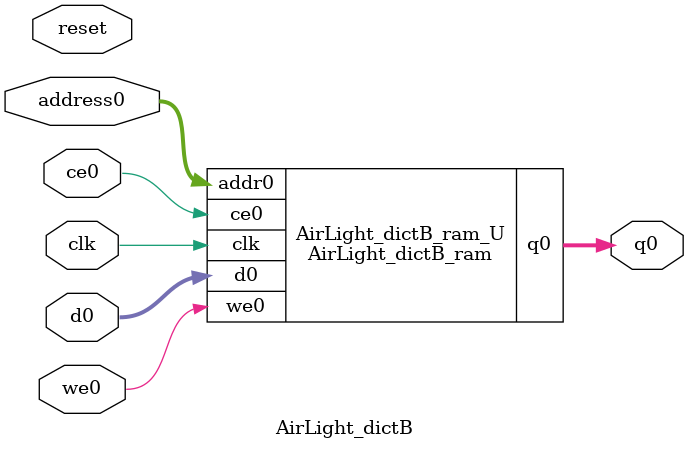
<source format=v>
`timescale 1 ns / 1 ps
module AirLight_dictB_ram (addr0, ce0, d0, we0, q0,  clk);

parameter DWIDTH = 32;
parameter AWIDTH = 8;
parameter MEM_SIZE = 256;

input[AWIDTH-1:0] addr0;
input ce0;
input[DWIDTH-1:0] d0;
input we0;
output reg[DWIDTH-1:0] q0;
input clk;

reg [DWIDTH-1:0] ram[0:MEM_SIZE-1];




always @(posedge clk)  
begin 
    if (ce0) begin
        if (we0) 
            ram[addr0] <= d0; 
        q0 <= ram[addr0];
    end
end


endmodule

`timescale 1 ns / 1 ps
module AirLight_dictB(
    reset,
    clk,
    address0,
    ce0,
    we0,
    d0,
    q0);

parameter DataWidth = 32'd32;
parameter AddressRange = 32'd256;
parameter AddressWidth = 32'd8;
input reset;
input clk;
input[AddressWidth - 1:0] address0;
input ce0;
input we0;
input[DataWidth - 1:0] d0;
output[DataWidth - 1:0] q0;



AirLight_dictB_ram AirLight_dictB_ram_U(
    .clk( clk ),
    .addr0( address0 ),
    .ce0( ce0 ),
    .we0( we0 ),
    .d0( d0 ),
    .q0( q0 ));

endmodule


</source>
